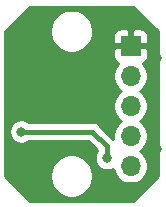
<source format=gbr>
%TF.GenerationSoftware,KiCad,Pcbnew,5.1.7-a382d34a8~87~ubuntu20.04.1*%
%TF.CreationDate,2020-10-01T12:41:17+02:00*%
%TF.ProjectId,reform2-trackball-sensor,7265666f-726d-4322-9d74-7261636b6261,rev?*%
%TF.SameCoordinates,Original*%
%TF.FileFunction,Copper,L2,Bot*%
%TF.FilePolarity,Positive*%
%FSLAX46Y46*%
G04 Gerber Fmt 4.6, Leading zero omitted, Abs format (unit mm)*
G04 Created by KiCad (PCBNEW 5.1.7-a382d34a8~87~ubuntu20.04.1) date 2020-10-01 12:41:17*
%MOMM*%
%LPD*%
G01*
G04 APERTURE LIST*
%TA.AperFunction,ComponentPad*%
%ADD10R,1.700000X1.700000*%
%TD*%
%TA.AperFunction,ComponentPad*%
%ADD11O,1.700000X1.700000*%
%TD*%
%TA.AperFunction,ViaPad*%
%ADD12C,0.800000*%
%TD*%
%TA.AperFunction,Conductor*%
%ADD13C,0.400000*%
%TD*%
%TA.AperFunction,Conductor*%
%ADD14C,0.254000*%
%TD*%
%TA.AperFunction,Conductor*%
%ADD15C,0.100000*%
%TD*%
G04 APERTURE END LIST*
D10*
X154750000Y-76750000D03*
D11*
X154750000Y-79290000D03*
X154750000Y-81830000D03*
X154750000Y-84370000D03*
X154750000Y-86910000D03*
D12*
X147500000Y-80750000D03*
X157000000Y-77750000D03*
X157000000Y-85500000D03*
X144750000Y-85500000D03*
X144750000Y-77750000D03*
X145500000Y-84000000D03*
X152750000Y-86250000D03*
D13*
X145500000Y-84000000D02*
X151500000Y-84000000D01*
X152750000Y-85250000D02*
X152750000Y-86250000D01*
X151500000Y-84000000D02*
X152750000Y-85250000D01*
D14*
X157090001Y-75523382D02*
X157090000Y-87726619D01*
X154976620Y-89840000D01*
X146273381Y-89840000D01*
X144160000Y-87726620D01*
X144160000Y-87569268D01*
X147915000Y-87569268D01*
X147915000Y-87930732D01*
X147985518Y-88285250D01*
X148123844Y-88619199D01*
X148324662Y-88919744D01*
X148580256Y-89175338D01*
X148880801Y-89376156D01*
X149214750Y-89514482D01*
X149569268Y-89585000D01*
X149930732Y-89585000D01*
X150285250Y-89514482D01*
X150619199Y-89376156D01*
X150919744Y-89175338D01*
X151175338Y-88919744D01*
X151376156Y-88619199D01*
X151514482Y-88285250D01*
X151585000Y-87930732D01*
X151585000Y-87569268D01*
X151514482Y-87214750D01*
X151376156Y-86880801D01*
X151175338Y-86580256D01*
X150919744Y-86324662D01*
X150619199Y-86123844D01*
X150285250Y-85985518D01*
X149930732Y-85915000D01*
X149569268Y-85915000D01*
X149214750Y-85985518D01*
X148880801Y-86123844D01*
X148580256Y-86324662D01*
X148324662Y-86580256D01*
X148123844Y-86880801D01*
X147985518Y-87214750D01*
X147915000Y-87569268D01*
X144160000Y-87569268D01*
X144160000Y-83898061D01*
X144465000Y-83898061D01*
X144465000Y-84101939D01*
X144504774Y-84301898D01*
X144582795Y-84490256D01*
X144696063Y-84659774D01*
X144840226Y-84803937D01*
X145009744Y-84917205D01*
X145198102Y-84995226D01*
X145398061Y-85035000D01*
X145601939Y-85035000D01*
X145801898Y-84995226D01*
X145990256Y-84917205D01*
X146113285Y-84835000D01*
X151154133Y-84835000D01*
X151915000Y-85595869D01*
X151915000Y-85636715D01*
X151832795Y-85759744D01*
X151754774Y-85948102D01*
X151715000Y-86148061D01*
X151715000Y-86351939D01*
X151754774Y-86551898D01*
X151832795Y-86740256D01*
X151946063Y-86909774D01*
X152090226Y-87053937D01*
X152259744Y-87167205D01*
X152448102Y-87245226D01*
X152648061Y-87285000D01*
X152851939Y-87285000D01*
X153051898Y-87245226D01*
X153240256Y-87167205D01*
X153281577Y-87139596D01*
X153322068Y-87343158D01*
X153434010Y-87613411D01*
X153596525Y-87856632D01*
X153803368Y-88063475D01*
X154046589Y-88225990D01*
X154316842Y-88337932D01*
X154603740Y-88395000D01*
X154896260Y-88395000D01*
X155183158Y-88337932D01*
X155453411Y-88225990D01*
X155696632Y-88063475D01*
X155903475Y-87856632D01*
X156065990Y-87613411D01*
X156177932Y-87343158D01*
X156235000Y-87056260D01*
X156235000Y-86763740D01*
X156177932Y-86476842D01*
X156065990Y-86206589D01*
X155903475Y-85963368D01*
X155696632Y-85756525D01*
X155522240Y-85640000D01*
X155696632Y-85523475D01*
X155903475Y-85316632D01*
X156065990Y-85073411D01*
X156177932Y-84803158D01*
X156235000Y-84516260D01*
X156235000Y-84223740D01*
X156177932Y-83936842D01*
X156065990Y-83666589D01*
X155903475Y-83423368D01*
X155696632Y-83216525D01*
X155522240Y-83100000D01*
X155696632Y-82983475D01*
X155903475Y-82776632D01*
X156065990Y-82533411D01*
X156177932Y-82263158D01*
X156235000Y-81976260D01*
X156235000Y-81683740D01*
X156177932Y-81396842D01*
X156065990Y-81126589D01*
X155903475Y-80883368D01*
X155696632Y-80676525D01*
X155522240Y-80560000D01*
X155696632Y-80443475D01*
X155903475Y-80236632D01*
X156065990Y-79993411D01*
X156177932Y-79723158D01*
X156235000Y-79436260D01*
X156235000Y-79143740D01*
X156177932Y-78856842D01*
X156065990Y-78586589D01*
X155903475Y-78343368D01*
X155771620Y-78211513D01*
X155844180Y-78189502D01*
X155954494Y-78130537D01*
X156051185Y-78051185D01*
X156130537Y-77954494D01*
X156189502Y-77844180D01*
X156225812Y-77724482D01*
X156238072Y-77600000D01*
X156235000Y-77035750D01*
X156076250Y-76877000D01*
X154877000Y-76877000D01*
X154877000Y-76897000D01*
X154623000Y-76897000D01*
X154623000Y-76877000D01*
X153423750Y-76877000D01*
X153265000Y-77035750D01*
X153261928Y-77600000D01*
X153274188Y-77724482D01*
X153310498Y-77844180D01*
X153369463Y-77954494D01*
X153448815Y-78051185D01*
X153545506Y-78130537D01*
X153655820Y-78189502D01*
X153728380Y-78211513D01*
X153596525Y-78343368D01*
X153434010Y-78586589D01*
X153322068Y-78856842D01*
X153265000Y-79143740D01*
X153265000Y-79436260D01*
X153322068Y-79723158D01*
X153434010Y-79993411D01*
X153596525Y-80236632D01*
X153803368Y-80443475D01*
X153977760Y-80560000D01*
X153803368Y-80676525D01*
X153596525Y-80883368D01*
X153434010Y-81126589D01*
X153322068Y-81396842D01*
X153265000Y-81683740D01*
X153265000Y-81976260D01*
X153322068Y-82263158D01*
X153434010Y-82533411D01*
X153596525Y-82776632D01*
X153803368Y-82983475D01*
X153977760Y-83100000D01*
X153803368Y-83216525D01*
X153596525Y-83423368D01*
X153434010Y-83666589D01*
X153322068Y-83936842D01*
X153265000Y-84223740D01*
X153265000Y-84516260D01*
X153281853Y-84600984D01*
X152119445Y-83438578D01*
X152093291Y-83406709D01*
X151966146Y-83302364D01*
X151821087Y-83224828D01*
X151663689Y-83177082D01*
X151541019Y-83165000D01*
X151541018Y-83165000D01*
X151500000Y-83160960D01*
X151458982Y-83165000D01*
X146113285Y-83165000D01*
X145990256Y-83082795D01*
X145801898Y-83004774D01*
X145601939Y-82965000D01*
X145398061Y-82965000D01*
X145198102Y-83004774D01*
X145009744Y-83082795D01*
X144840226Y-83196063D01*
X144696063Y-83340226D01*
X144582795Y-83509744D01*
X144504774Y-83698102D01*
X144465000Y-83898061D01*
X144160000Y-83898061D01*
X144160000Y-75523380D01*
X144364112Y-75319268D01*
X147915000Y-75319268D01*
X147915000Y-75680732D01*
X147985518Y-76035250D01*
X148123844Y-76369199D01*
X148324662Y-76669744D01*
X148580256Y-76925338D01*
X148880801Y-77126156D01*
X149214750Y-77264482D01*
X149569268Y-77335000D01*
X149930732Y-77335000D01*
X150285250Y-77264482D01*
X150619199Y-77126156D01*
X150919744Y-76925338D01*
X151175338Y-76669744D01*
X151376156Y-76369199D01*
X151514482Y-76035250D01*
X151541384Y-75900000D01*
X153261928Y-75900000D01*
X153265000Y-76464250D01*
X153423750Y-76623000D01*
X154623000Y-76623000D01*
X154623000Y-75423750D01*
X154877000Y-75423750D01*
X154877000Y-76623000D01*
X156076250Y-76623000D01*
X156235000Y-76464250D01*
X156238072Y-75900000D01*
X156225812Y-75775518D01*
X156189502Y-75655820D01*
X156130537Y-75545506D01*
X156051185Y-75448815D01*
X155954494Y-75369463D01*
X155844180Y-75310498D01*
X155724482Y-75274188D01*
X155600000Y-75261928D01*
X155035750Y-75265000D01*
X154877000Y-75423750D01*
X154623000Y-75423750D01*
X154464250Y-75265000D01*
X153900000Y-75261928D01*
X153775518Y-75274188D01*
X153655820Y-75310498D01*
X153545506Y-75369463D01*
X153448815Y-75448815D01*
X153369463Y-75545506D01*
X153310498Y-75655820D01*
X153274188Y-75775518D01*
X153261928Y-75900000D01*
X151541384Y-75900000D01*
X151585000Y-75680732D01*
X151585000Y-75319268D01*
X151514482Y-74964750D01*
X151376156Y-74630801D01*
X151175338Y-74330256D01*
X150919744Y-74074662D01*
X150619199Y-73873844D01*
X150285250Y-73735518D01*
X149930732Y-73665000D01*
X149569268Y-73665000D01*
X149214750Y-73735518D01*
X148880801Y-73873844D01*
X148580256Y-74074662D01*
X148324662Y-74330256D01*
X148123844Y-74630801D01*
X147985518Y-74964750D01*
X147915000Y-75319268D01*
X144364112Y-75319268D01*
X146273381Y-73410000D01*
X154976620Y-73410000D01*
X157090001Y-75523382D01*
%TA.AperFunction,Conductor*%
D15*
G36*
X157090001Y-75523382D02*
G01*
X157090000Y-87726619D01*
X154976620Y-89840000D01*
X146273381Y-89840000D01*
X144160000Y-87726620D01*
X144160000Y-87569268D01*
X147915000Y-87569268D01*
X147915000Y-87930732D01*
X147985518Y-88285250D01*
X148123844Y-88619199D01*
X148324662Y-88919744D01*
X148580256Y-89175338D01*
X148880801Y-89376156D01*
X149214750Y-89514482D01*
X149569268Y-89585000D01*
X149930732Y-89585000D01*
X150285250Y-89514482D01*
X150619199Y-89376156D01*
X150919744Y-89175338D01*
X151175338Y-88919744D01*
X151376156Y-88619199D01*
X151514482Y-88285250D01*
X151585000Y-87930732D01*
X151585000Y-87569268D01*
X151514482Y-87214750D01*
X151376156Y-86880801D01*
X151175338Y-86580256D01*
X150919744Y-86324662D01*
X150619199Y-86123844D01*
X150285250Y-85985518D01*
X149930732Y-85915000D01*
X149569268Y-85915000D01*
X149214750Y-85985518D01*
X148880801Y-86123844D01*
X148580256Y-86324662D01*
X148324662Y-86580256D01*
X148123844Y-86880801D01*
X147985518Y-87214750D01*
X147915000Y-87569268D01*
X144160000Y-87569268D01*
X144160000Y-83898061D01*
X144465000Y-83898061D01*
X144465000Y-84101939D01*
X144504774Y-84301898D01*
X144582795Y-84490256D01*
X144696063Y-84659774D01*
X144840226Y-84803937D01*
X145009744Y-84917205D01*
X145198102Y-84995226D01*
X145398061Y-85035000D01*
X145601939Y-85035000D01*
X145801898Y-84995226D01*
X145990256Y-84917205D01*
X146113285Y-84835000D01*
X151154133Y-84835000D01*
X151915000Y-85595869D01*
X151915000Y-85636715D01*
X151832795Y-85759744D01*
X151754774Y-85948102D01*
X151715000Y-86148061D01*
X151715000Y-86351939D01*
X151754774Y-86551898D01*
X151832795Y-86740256D01*
X151946063Y-86909774D01*
X152090226Y-87053937D01*
X152259744Y-87167205D01*
X152448102Y-87245226D01*
X152648061Y-87285000D01*
X152851939Y-87285000D01*
X153051898Y-87245226D01*
X153240256Y-87167205D01*
X153281577Y-87139596D01*
X153322068Y-87343158D01*
X153434010Y-87613411D01*
X153596525Y-87856632D01*
X153803368Y-88063475D01*
X154046589Y-88225990D01*
X154316842Y-88337932D01*
X154603740Y-88395000D01*
X154896260Y-88395000D01*
X155183158Y-88337932D01*
X155453411Y-88225990D01*
X155696632Y-88063475D01*
X155903475Y-87856632D01*
X156065990Y-87613411D01*
X156177932Y-87343158D01*
X156235000Y-87056260D01*
X156235000Y-86763740D01*
X156177932Y-86476842D01*
X156065990Y-86206589D01*
X155903475Y-85963368D01*
X155696632Y-85756525D01*
X155522240Y-85640000D01*
X155696632Y-85523475D01*
X155903475Y-85316632D01*
X156065990Y-85073411D01*
X156177932Y-84803158D01*
X156235000Y-84516260D01*
X156235000Y-84223740D01*
X156177932Y-83936842D01*
X156065990Y-83666589D01*
X155903475Y-83423368D01*
X155696632Y-83216525D01*
X155522240Y-83100000D01*
X155696632Y-82983475D01*
X155903475Y-82776632D01*
X156065990Y-82533411D01*
X156177932Y-82263158D01*
X156235000Y-81976260D01*
X156235000Y-81683740D01*
X156177932Y-81396842D01*
X156065990Y-81126589D01*
X155903475Y-80883368D01*
X155696632Y-80676525D01*
X155522240Y-80560000D01*
X155696632Y-80443475D01*
X155903475Y-80236632D01*
X156065990Y-79993411D01*
X156177932Y-79723158D01*
X156235000Y-79436260D01*
X156235000Y-79143740D01*
X156177932Y-78856842D01*
X156065990Y-78586589D01*
X155903475Y-78343368D01*
X155771620Y-78211513D01*
X155844180Y-78189502D01*
X155954494Y-78130537D01*
X156051185Y-78051185D01*
X156130537Y-77954494D01*
X156189502Y-77844180D01*
X156225812Y-77724482D01*
X156238072Y-77600000D01*
X156235000Y-77035750D01*
X156076250Y-76877000D01*
X154877000Y-76877000D01*
X154877000Y-76897000D01*
X154623000Y-76897000D01*
X154623000Y-76877000D01*
X153423750Y-76877000D01*
X153265000Y-77035750D01*
X153261928Y-77600000D01*
X153274188Y-77724482D01*
X153310498Y-77844180D01*
X153369463Y-77954494D01*
X153448815Y-78051185D01*
X153545506Y-78130537D01*
X153655820Y-78189502D01*
X153728380Y-78211513D01*
X153596525Y-78343368D01*
X153434010Y-78586589D01*
X153322068Y-78856842D01*
X153265000Y-79143740D01*
X153265000Y-79436260D01*
X153322068Y-79723158D01*
X153434010Y-79993411D01*
X153596525Y-80236632D01*
X153803368Y-80443475D01*
X153977760Y-80560000D01*
X153803368Y-80676525D01*
X153596525Y-80883368D01*
X153434010Y-81126589D01*
X153322068Y-81396842D01*
X153265000Y-81683740D01*
X153265000Y-81976260D01*
X153322068Y-82263158D01*
X153434010Y-82533411D01*
X153596525Y-82776632D01*
X153803368Y-82983475D01*
X153977760Y-83100000D01*
X153803368Y-83216525D01*
X153596525Y-83423368D01*
X153434010Y-83666589D01*
X153322068Y-83936842D01*
X153265000Y-84223740D01*
X153265000Y-84516260D01*
X153281853Y-84600984D01*
X152119445Y-83438578D01*
X152093291Y-83406709D01*
X151966146Y-83302364D01*
X151821087Y-83224828D01*
X151663689Y-83177082D01*
X151541019Y-83165000D01*
X151541018Y-83165000D01*
X151500000Y-83160960D01*
X151458982Y-83165000D01*
X146113285Y-83165000D01*
X145990256Y-83082795D01*
X145801898Y-83004774D01*
X145601939Y-82965000D01*
X145398061Y-82965000D01*
X145198102Y-83004774D01*
X145009744Y-83082795D01*
X144840226Y-83196063D01*
X144696063Y-83340226D01*
X144582795Y-83509744D01*
X144504774Y-83698102D01*
X144465000Y-83898061D01*
X144160000Y-83898061D01*
X144160000Y-75523380D01*
X144364112Y-75319268D01*
X147915000Y-75319268D01*
X147915000Y-75680732D01*
X147985518Y-76035250D01*
X148123844Y-76369199D01*
X148324662Y-76669744D01*
X148580256Y-76925338D01*
X148880801Y-77126156D01*
X149214750Y-77264482D01*
X149569268Y-77335000D01*
X149930732Y-77335000D01*
X150285250Y-77264482D01*
X150619199Y-77126156D01*
X150919744Y-76925338D01*
X151175338Y-76669744D01*
X151376156Y-76369199D01*
X151514482Y-76035250D01*
X151541384Y-75900000D01*
X153261928Y-75900000D01*
X153265000Y-76464250D01*
X153423750Y-76623000D01*
X154623000Y-76623000D01*
X154623000Y-75423750D01*
X154877000Y-75423750D01*
X154877000Y-76623000D01*
X156076250Y-76623000D01*
X156235000Y-76464250D01*
X156238072Y-75900000D01*
X156225812Y-75775518D01*
X156189502Y-75655820D01*
X156130537Y-75545506D01*
X156051185Y-75448815D01*
X155954494Y-75369463D01*
X155844180Y-75310498D01*
X155724482Y-75274188D01*
X155600000Y-75261928D01*
X155035750Y-75265000D01*
X154877000Y-75423750D01*
X154623000Y-75423750D01*
X154464250Y-75265000D01*
X153900000Y-75261928D01*
X153775518Y-75274188D01*
X153655820Y-75310498D01*
X153545506Y-75369463D01*
X153448815Y-75448815D01*
X153369463Y-75545506D01*
X153310498Y-75655820D01*
X153274188Y-75775518D01*
X153261928Y-75900000D01*
X151541384Y-75900000D01*
X151585000Y-75680732D01*
X151585000Y-75319268D01*
X151514482Y-74964750D01*
X151376156Y-74630801D01*
X151175338Y-74330256D01*
X150919744Y-74074662D01*
X150619199Y-73873844D01*
X150285250Y-73735518D01*
X149930732Y-73665000D01*
X149569268Y-73665000D01*
X149214750Y-73735518D01*
X148880801Y-73873844D01*
X148580256Y-74074662D01*
X148324662Y-74330256D01*
X148123844Y-74630801D01*
X147985518Y-74964750D01*
X147915000Y-75319268D01*
X144364112Y-75319268D01*
X146273381Y-73410000D01*
X154976620Y-73410000D01*
X157090001Y-75523382D01*
G37*
%TD.AperFunction*%
M02*

</source>
